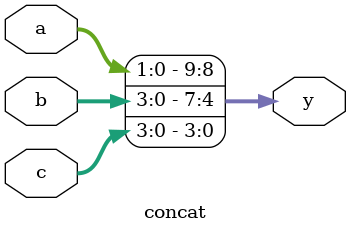
<source format=v>

module concat(input [1:0]a,input [3:0]b,c,output reg [9:0]y);



always@(*)


        begin

                y={a,b,c};


        end

endmodule

</source>
